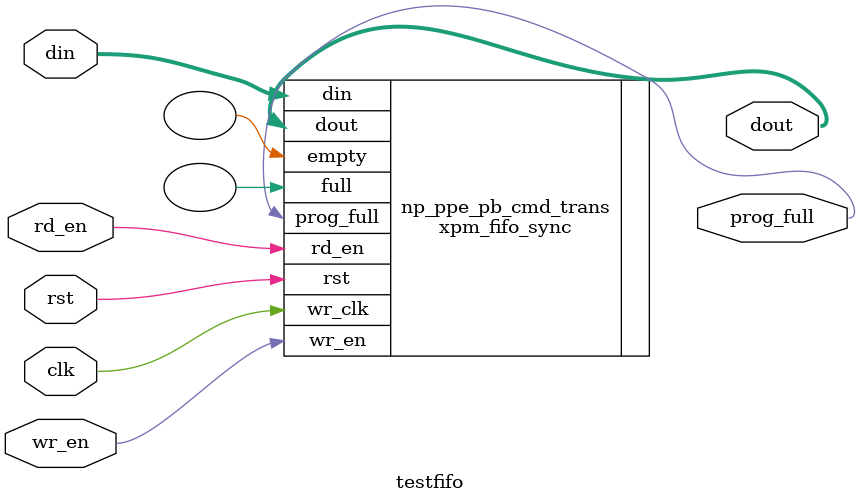
<source format=sv>
module testfifo #(
    parameter WIDTH = 8 ,
    parameter DEPTH = 16
)(
    input   logic               clk         ,   //system clock
    input   logic               rst         ,   //reset signal

    input   logic               wr_en       ,
    input   logic [WIDTH-1:0]   din         ,

    input   logic               rd_en       ,
    output  logic [WIDTH-1:0]   dout        ,

    output  logic               prog_full    
);

xpm_fifo_sync  #(
	.DOUT_RESET_VALUE   ("0"       ), 
	.FIFO_MEMORY_TYPE   ("block"   ),
	.FIFO_READ_LATENCY  (0         ),     
	.FIFO_WRITE_DEPTH   (DEPTH     ),   
	.FULL_RESET_VALUE   (0         ),      
	.PROG_EMPTY_THRESH  (10        ),    
	.PROG_FULL_THRESH   (14        ),     
	.RD_DATA_COUNT_WIDTH(1         ),   
	.READ_DATA_WIDTH    (WIDTH ),      
	.READ_MODE          ("fwft"    ),         
	.SIM_ASSERT_CHK     (0         ),        
	.USE_ADV_FEATURES   ("0002"    ), 
	.WAKEUP_TIME        (0         ),      
	.WRITE_DATA_WIDTH   (WIDTH ),     
	.WR_DATA_COUNT_WIDTH(1         )  
)
np_ppe_pb_cmd_trans(
	.dout         (dout  		    ),                   
	.empty        ( 	            ),                 
	.full         (                 ),                         
	.prog_full    (prog_full  	    ),         
	.din          (din		        ),                     
	.rd_en        (rd_en      	    ),                 
	.rst          (rst          	),                     
	.wr_clk       (clk          	),               
	.wr_en        (wr_en            )          
);

endmodule


</source>
